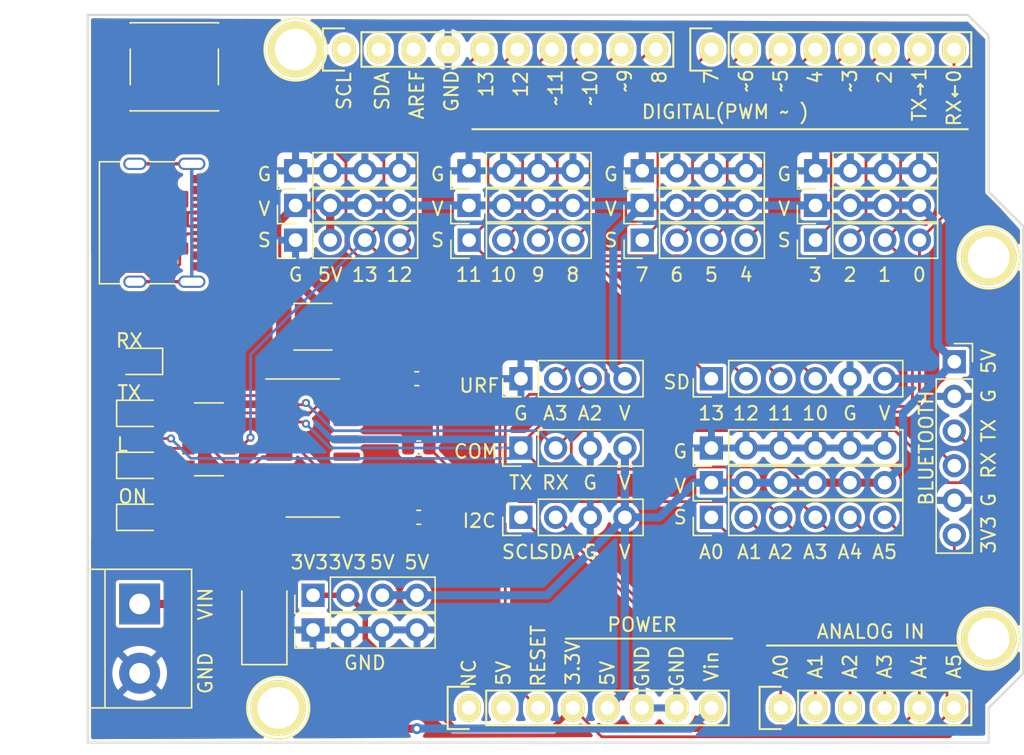
<source format=kicad_pcb>
(kicad_pcb (version 20211014) (generator pcbnew)
  (title_block (title "Type-c IO Shield For UNO") (date "2022-03-02") (rev "1.0") (company "St.kai") (comment 1 "Copyright © 2022 St.kai.") (comment 2 "Available under the GNU General Public License v3.0 or later."))
  (layers (0 "F.Cu" signal) (31 "B.Cu" signal) (34 "B.Paste" user) (35 "F.Paste" user) (36 "B.SilkS" user "B.Silkscreen") (37 "F.SilkS" user "F.Silkscreen") (38 "B.Mask" user) (39 "F.Mask" user) (44 "Edge.Cuts" user))
  (net 0 "")
  (net 1 "/IOREF")
  (net 2 "/Reset")
  (net 3 "+5V")
  (net 4 "GND")
  (net 5 "/Vin")
  (net 6 "/A0")
  (net 7 "/A1")
  (net 8 "/A2")
  (net 9 "/A3")
  (net 10 "/AREF")
  (net 11 "/A4(SDA)")
  (net 12 "/A5(SCL)")
  (net 13 "/9(**)")
  (net 14 "/8")
  (net 15 "/7")
  (net 16 "/6(**)")
  (net 17 "/5(**)")
  (net 18 "/4")
  (net 19 "/3(**)")
  (net 20 "/2")
  (net 21 "/1(Tx)")
  (net 22 "/0(Rx)")
  (net 23 "Net-(C1-Pad2)")
  (net 24 "Net-(C3-Pad2)")
  (net 25 "/13(SCK)")
  (net 26 "Net-(D2-Pad2)")
  (net 27 "+3V3")
  (net 28 "/12(MISO)")
  (net 29 "Net-(F1-Pad1)")
  (net 31 "Net-(J4-PadA6)")
  (net 32 "Net-(J4-PadA7)")
  (net 36 "unconnected-(J4-PadS1)")
  (net 37 "/11(**{slash}MOSI)")
  (net 38 "/10(**{slash}SS)")
  (net 39 "Net-(D1-Pad2)")
  (net 53 "Net-(D5-Pad2)")
  (net 54 "Net-(D3-Pad2)")
  (net 55 "Net-(D4-Pad2)")
  (footprint "Socket_Arduino_Uno:Socket_Strip_Arduino_1x08" (layer "F.Cu") (at 138.938 123.825)
    (fp_text reference "P1")
    (fp_text value "Power")
  )
  (footprint "Socket_Arduino_Uno:Socket_Strip_Arduino_1x06" (layer "F.Cu") (at 161.798 123.825)
    (fp_text reference "P2")
    (fp_text value "Analog")
  )
  (footprint "Socket_Arduino_Uno:Socket_Strip_Arduino_1x10" (layer "F.Cu") (at 129.794 75.565)
    (fp_text reference "P3" hide)
    (fp_text value "Digital")
  )
  (footprint "Socket_Arduino_Uno:Socket_Strip_Arduino_1x08" (layer "F.Cu") (at 156.718 75.565)
    (fp_text reference "P4" hide)
    (fp_text value "Digital")
  )
  (footprint "Socket_Arduino_Uno:Arduino_1pin" (layer "F.Cu") (at 124.968 123.825)
    (fp_text reference "P5" hide)
    (fp_text value "CONN_01X01" hide)
  )
  (footprint "Socket_Arduino_Uno:Arduino_1pin" (layer "F.Cu") (at 177.038 118.745)
    (fp_text reference "P6" hide)
    (fp_text value "CONN_01X01" hide)
  )
  (footprint "Socket_Arduino_Uno:Arduino_1pin" (layer "F.Cu") (at 126.238 75.565)
    (fp_text reference "P7" hide)
    (fp_text value "CONN_01X01" hide)
  )
  (footprint "Socket_Arduino_Uno:Arduino_1pin" (layer "F.Cu") (at 177.038 90.805)
    (fp_text reference "P8" hide)
    (fp_text value "CONN_01X01" hide)
  )
  (footprint "Connector_PinHeader_2.54mm:PinHeader_1x04_P2.54mm_Vertical" (layer "F.Cu") (at 126.238 84.455 90)
    (fp_text reference "J1" hide)
    (fp_text value "Conn_01x04")
  )
  (footprint "Connector_PinHeader_2.54mm:PinHeader_1x04_P2.54mm_Vertical" (layer "F.Cu") (at 142.758 109.855 90)
    (fp_text reference "J23")
    (fp_text value "Conn_01x04")
  )
  (footprint "Connector_PinHeader_2.54mm:PinHeader_1x04_P2.54mm_Vertical" (layer "F.Cu") (at 127.518 115.57 90)
    (fp_text reference "J21")
    (fp_text value "Conn_01x04")
  )
  (footprint "Connector_PinSocket_2.54mm:PinSocket_1x06_P2.54mm_Vertical" (layer "F.Cu") (at 174.523 98.45)
    (fp_text reference "J27")
    (fp_text value "Conn_01x06")
  )
  (footprint "LED_SMD:LED_0805_2012Metric" (layer "F.Cu") (at 114.808 109.855)
    (fp_text reference "D1")
    (fp_text value "GREEN")
  )
  (footprint "Connector_PinHeader_2.54mm:PinHeader_1x04_P2.54mm_Vertical" (layer "F.Cu") (at 164.348 86.995 90)
    (fp_text reference "J14" hide)
    (fp_text value "Conn_01x04")
  )
  (footprint "Connector_PinHeader_2.54mm:PinHeader_1x04_P2.54mm_Vertical" (layer "F.Cu") (at 127.518 118.11 90)
    (fp_text reference "J22")
    (fp_text value "Conn_01x04")
  )
  (footprint "LED_SMD:LED_0805_2012Metric" (layer "F.Cu") (at 114.808 98.425 180)
    (fp_text reference "D4")
    (fp_text value "YELLOW")
  )
  (footprint "Connector_PinHeader_2.54mm:PinHeader_1x04_P2.54mm_Vertical" (layer "F.Cu") (at 138.948 84.455 90)
    (fp_text reference "J5" hide)
    (fp_text value "Conn_01x04")
  )
  (footprint "Package_SO:SOIC-16_3.9x9.9mm_P1.27mm" (layer "F.Cu") (at 127.508 104.775)
    (fp_text reference "U1")
    (fp_text value "CH340C")
  )
  (footprint "Connector_PinHeader_2.54mm:PinHeader_1x04_P2.54mm_Vertical" (layer "F.Cu") (at 126.238 89.535 90)
    (fp_text reference "J3" hide)
    (fp_text value "Conn_01x04")
  )
  (footprint "Connector_PinHeader_2.54mm:PinHeader_1x06_P2.54mm_Vertical" (layer "F.Cu") (at 156.718 104.775 90)
    (fp_text reference "J17")
    (fp_text value "Conn_01x06")
  )
  (footprint "Connector_PinHeader_2.54mm:PinHeader_1x04_P2.54mm_Vertical" (layer "F.Cu") (at 142.758 104.775 90)
    (fp_text reference "J24")
    (fp_text value "Conn_01x04")
  )
  (footprint "Connector_PinHeader_2.54mm:PinHeader_1x06_P2.54mm_Vertical" (layer "F.Cu") (at 156.718 107.315 90)
    (fp_text reference "J18")
    (fp_text value "Conn_01x06")
  )
  (footprint "Button_Switch_SMD:SW_Push_1P1T_NO_6x6mm_H9.5mm" (layer "F.Cu") (at 117.348 76.835)
    (fp_text reference "SW1" hide)
    (fp_text value "SW_SPST")
  )
  (footprint "Connector_PinHeader_2.54mm:PinHeader_1x04_P2.54mm_Vertical" (layer "F.Cu") (at 151.648 89.535 90)
    (fp_text reference "J12" hide)
    (fp_text value "Conn_01x04")
  )
  (footprint "Capacitor_SMD:C_0603_1608Metric" (layer "F.Cu") (at 135.128 99.695)
    (fp_text reference "C2")
    (fp_text value "104")
  )
  (footprint "Connector_PinHeader_2.54mm:PinHeader_1x04_P2.54mm_Vertical" (layer "F.Cu") (at 138.958 89.535 90)
    (fp_text reference "J7" hide)
    (fp_text value "Conn_01x04")
  )
  (footprint "Connector_PinHeader_2.54mm:PinHeader_1x04_P2.54mm_Vertical" (layer "F.Cu") (at 151.638 86.995 90)
    (fp_text reference "J11" hide)
    (fp_text value "Conn_01x04")
  )
  (footprint "Connector_PinHeader_2.54mm:PinHeader_1x04_P2.54mm_Vertical" (layer "F.Cu") (at 138.948 86.995 90)
    (fp_text reference "J6" hide)
    (fp_text value "Conn_01x04")
  )
  (footprint "Connector_PinHeader_2.54mm:PinHeader_1x06_P2.54mm_Vertical" (layer "F.Cu") (at 156.718 109.855 90)
    (fp_text reference "J19")
    (fp_text value "Conn_01x06")
  )
  (footprint "Connector_USB:USB_C_Receptacle_Palconn_UTC16-G" (layer "F.Cu") (at 116.699 88.265 -90)
    (fp_text reference "J4")
    (fp_text value "USB_C_Receptacle_USB2.0")
  )
  (footprint "Connector_PinHeader_2.54mm:PinHeader_1x04_P2.54mm_Vertical" (layer "F.Cu") (at 164.358 84.455 90)
    (fp_text reference "J13" hide)
    (fp_text value "Conn_01x04")
  )
  (footprint "Diode_SMD:D_SMA" (layer "F.Cu") (at 123.952 117.253 90)
    (fp_text reference "D5")
    (fp_text value "1N4007")
  )
  (footprint "Connector_PinHeader_2.54mm:PinHeader_1x04_P2.54mm_Vertical" (layer "F.Cu") (at 151.648 84.455 90)
    (fp_text reference "J10" hide)
    (fp_text value "Conn_01x04")
  )
  (footprint "Connector_PinHeader_2.54mm:PinHeader_1x04_P2.54mm_Vertical" (layer "F.Cu") (at 126.238 86.995 90)
    (fp_text reference "J2" hide)
    (fp_text value "Conn_01x04")
  )
  (footprint "Capacitor_SMD:C_0603_1608Metric" (layer "F.Cu") (at 135.268 104.775 180)
    (fp_text reference "C3")
    (fp_text value "105")
  )
  (footprint "Connector_PinHeader_2.54mm:PinHeader_1x04_P2.54mm_Vertical" (layer "F.Cu") (at 142.758 99.695 90)
    (fp_text reference "J25")
    (fp_text value "Conn_01x04")
  )
  (footprint "TerminalBlock:TerminalBlock_bornier-2_P5.08mm" (layer "F.Cu") (at 114.808 116.205 -90)
    (fp_text reference "J28")
    (fp_text value "Screw_Terminal_01x02")
  )
  (footprint "LED_SMD:LED_0805_2012Metric" (layer "F.Cu") (at 114.808 106.045)
    (fp_text reference "D2")
    (fp_text value "YELLOW")
  )
  (footprint "Connector_PinHeader_2.54mm:PinHeader_1x04_P2.54mm_Vertical" (layer "F.Cu") (at 164.348 89.535 90)
    (fp_text reference "J15" hide)
    (fp_text value "Conn_01x04")
  )
  (footprint "Fuse:Fuse_1812_4532Metric" (layer "F.Cu") (at 127.508 95.885)
    (fp_text reference "F1")
    (fp_text value "0.5A")
  )
  (footprint "LED_SMD:LED_0805_2012Metric" (layer "F.Cu") (at 114.808 102.235)
    (fp_text reference "D3")
    (fp_text value "YELLOW")
  )
  (footprint "Connector_PinHeader_2.54mm:PinHeader_1x06_P2.54mm_Vertical" (layer "F.Cu") (at 156.718 99.695 90)
    (fp_text reference "J26")
    (fp_text value "Conn_01x06")
  )
  (footprint "Resistor_SMD:R_Array_Convex_4x1206" (layer "F.Cu") (at 119.888 104.14 180)
    (fp_text reference "RN1")
    (fp_text value "102")
  )
  (footprint "Capacitor_SMD:C_0603_1608Metric" (layer "F.Cu") (at 135.268 109.855 180)
    (fp_text reference "C1")
    (fp_text value "104")
  )
  (gr_line (start 139.192 81.407) (end 175.514 81.407) (layer "F.SilkS") (width 0.15))
  (gr_line (start 160.782 119.253) (end 175.006 119.253) (layer "F.SilkS") (width 0.15))
  (gr_line (start 146.05 118.745) (end 158.242 118.745) (layer "F.SilkS") (width 0.15))
  (gr_line (start 179.578 88.519) (end 177.038 85.979) (layer "Edge.Cuts") (width 0.15))
  (gr_line (start 177.038 126.365) (end 177.038 123.825) (layer "Edge.Cuts") (width 0.15))
  (gr_line (start 177.038 74.549) (end 175.514 73.025) (layer "Edge.Cuts") (width 0.15))
  (gr_line (start 177.038 123.825) (end 179.578 121.285) (layer "Edge.Cuts") (width 0.15))
  (gr_line (start 110.998 73.025) (end 110.998 126.365) (layer "Edge.Cuts") (width 0.15))
  (gr_line (start 179.578 121.285) (end 179.578 88.519) (layer "Edge.Cuts") (width 0.15))
  (gr_line (start 110.998 126.365) (end 177.038 126.365) (layer "Edge.Cuts") (width 0.15))
  (gr_line (start 175.514 73.025) (end 110.998 73.025) (layer "Edge.Cuts") (width 0.15))
  (gr_line (start 177.038 85.979) (end 177.038 74.549) (layer "Edge.Cuts") (width 0.15))
  (gr_text "V" (at 136.652 87.249) (layer "F.SilkS") (effects (font (size 1 1)) (justify mirror)))
  (gr_text "G" (at 147.828 112.395) (layer "F.SilkS") (effects (font (size 1 1))))
  (gr_text "~10" (at 147.828 78.359 90) (layer "F.SilkS") (effects (font (size 1 1))))
  (gr_text "~3" (at 166.878 77.851 90) (layer "F.SilkS") (effects (font (size 1 1))))
  (gr_text "SDA" (at 145.288 112.395) (layer "F.SilkS") (effects (font (size 1 1))))
  (gr_text "11" (at 138.938 92.075) (layer "F.SilkS") (effects (font (size 1 1))))
  (gr_text "A5" (at 174.498 120.777 90) (layer "F.SilkS") (effects (font (size 1 1))))
  (gr_text "GND" (at 151.638 120.777 90) (layer "F.SilkS") (effects (font (size 1 1))))
  (gr_text "11" (at 161.798 102.235) (layer "F.SilkS") (effects (font (size 1 1))))
  (gr_text "3V3" (at 177.038 111.125 90) (layer "F.SilkS") (effects (font (size 1 1))))
  (gr_text "8" (at 146.558 92.075) (layer "F.SilkS") (effects (font (size 1 1))))
  (gr_text "2" (at 166.878 92.075) (layer "F.SilkS") (effects (font (size 1 1))))
  (gr_text "A3" (at 164.338 112.395) (layer "F.SilkS") (effects (font (size 1 1))))
  (gr_text "A4" (at 166.878 112.395) (layer "F.SilkS") (effects (font (size 1 1))))
  (gr_text "SCL" (at 129.794 78.613 90) (layer "F.SilkS") (effects (font (size 1 1))))
  (gr_text "2" (at 169.418 77.597 90) (layer "F.SilkS") (effects (font (size 1 1))))
  (gr_text "GND" (at 131.318 120.523) (layer "F.SilkS") (effects (font (size 1 1))))
  (gr_text "V" (at 162.052 87.249) (layer "F.SilkS") (effects (font (size 1 1)) (justify mirror)))
  (gr_text "V" (at 169.418 102.235) (layer "F.SilkS") (effects (font (size 1 1))))
  (gr_text "COM" (at 139.446 105.029) (layer "F.SilkS") (effects (font (size 1 1))))
  (gr_text "3V3" (at 130.048 113.157) (layer "F.SilkS") (effects (font (size 1 1))))
  (gr_text "POWER" (at 151.638 117.729) (layer "F.SilkS") (effects (font (size 1 1))))
  (gr_text "TX" (at 114.046 100.711) (layer "F.SilkS") (effects (font (size 1 1))))
  (gr_text "G" (at 142.748 102.235) (layer "F.SilkS") (effects (font (size 1 1))))
  (gr_text "TX" (at 142.748 107.315) (layer "F.SilkS") (effects (font (size 1 1))))
  (gr_text "3.3V" (at 146.558 120.523 90) (layer "F.SilkS") (effects (font (size 1 1))))
  (gr_text "A1" (at 164.338 120.777 90) (layer "F.SilkS") (effects (font (size 1 1))))
  (gr_text "G" (at 149.352 84.709) (layer "F.SilkS") (effects (font (size 1 1))))
  (gr_text "7" (at 156.718 77.597 90) (layer "F.SilkS") (effects (font (size 1 1))))
  (gr_text "13" (at 140.208 78.105 90) (layer "F.SilkS") (effects (font (size 1 1))))
  (gr_text "12" (at 159.258 102.235) (layer "F.SilkS") (effects (font (size 1 1))))
  (gr_text "RX←0" (at 174.498 79.121 90) (layer "F.SilkS") (effects (font (size 1 1))))
  (gr_text "TX→1" (at 171.958 78.867 90) (layer "F.SilkS") (effects (font (size 1 1))))
  (gr_text "GND" (at 137.668 78.613 90) (layer "F.SilkS") (effects (font (size 1 1))))
  (gr_text "RESET" (at 144.018 120.015 90) (layer "F.SilkS") (effects (font (size 1 1))))
  (gr_text "5V" (at 135.128 113.157) (layer "F.SilkS") (effects (font (size 1 1))))
  (gr_text "V" (at 150.368 102.235) (layer "F.SilkS") (effects (font (size 1 1))))
  (gr_text "G" (at 136.652 84.709) (layer "F.SilkS") (effects (font (size 1 1))))
  (gr_text "VIN" (at 119.634 116.205 90) (layer "F.SilkS") (effects (font (size 1 1))))
  (gr_text "G" (at 162.052 84.709) (layer "F.SilkS") (effects (font (size 1 1))))
  (gr_text "BLUETOOTH" (at 172.466 104.775 90) (layer "F.SilkS") (effects (font (size 1 1))))
  (gr_text "12" (at 133.858 92.075) (layer "F.SilkS") (effects (font (size 1 1))))
  (gr_text "V" (at 154.432 107.569) (layer "F.SilkS") (effects (font (size 1 1)) (justify mirror)))
  (gr_text "~5" (at 161.798 77.851 90) (layer "F.SilkS") (effects (font (size 1 1))))
  (gr_text "3V3" (at 127.254 113.157) (layer "F.SilkS") (effects (font (size 1 1))))
  (gr_text "AREF" (at 135.128 78.867 90) (layer "F.SilkS") (effects (font (size 1 1))))
  (gr_text "SDA" (at 132.588 78.613 90) (layer "F.SilkS") (effects (font (size 1 1))))
  (gr_text "ANALOG IN" (at 168.402 118.237) (layer "F.SilkS") (effects (font (size 1 1))))
  (gr_text "A3" (at 145.288 102.235) (layer "F.SilkS") (effects (font (size 1 1))))
  (gr_text "7" (at 151.638 92.075) (layer "F.SilkS") (effects (font (size 1 1))))
  (gr_text "4" (at 159.258 92.075) (layer "F.SilkS") (effects (font (size 1 1))))
  (gr_text "DIGITAL(PWM ~ )" (at 157.734 80.137) (layer "F.SilkS") (effects (font (size 1 1))))
  (gr_text "RX" (at 145.288 107.315) (layer "F.SilkS") (effects (font (size 1 1))))
  (gr_text "~6" (at 159.258 77.851 90) (layer "F.SilkS") (effects (font (size 1 1))))
  (gr_text "5V" (at 141.478 121.285 90) (layer "F.SilkS") (effects (font (size 1 1))))
  (gr_text "G" (at 123.952 84.709) (layer "F.SilkS") (effects (font (size 1 1))))
  (gr_text "V" (at 150.368 112.395) (layer "F.SilkS") (effects (font (size 1 1))))
  (gr_text "S" (at 136.652 89.535) (layer "F.SilkS") (effects (font (size 1 1))))
  (gr_text "S" (at 162.052 89.535) (layer "F.SilkS") (effects (font (size 1 1))))
  (gr_text "4" (at 164.338 77.597 90) (layer "F.SilkS") (effects (font (size 1 1))))
  (gr_text "0" (at 171.958 92.075) (layer "F.SilkS") (effects (font (size 1 1))))
  (gr_text "NC" (at 138.938 121.285 90) (layer "F.SilkS") (effects (font (size 1 1))))
  (gr_text "13" (at 156.718 102.235) (layer "F.SilkS") (effects (font (size 1 1))))
  (gr_text "~11" (at 145.288 78.359 90) (layer "F.SilkS") (effects (font (size 1 1))))
  (gr_text "A4" (at 171.958 120.777 90) (layer "F.SilkS") (effects (font (size 1 1))))
  (gr_text "1" (at 169.418 92.075) (layer "F.SilkS") (effects (font (size 1 1))))
  (gr_text "12" (at 142.748 78.105 90) (layer "F.SilkS") (effects (font (size 1 1))))
  (gr_text "V" (at 150.368 107.315) (layer "F.SilkS") (effects (font (size 1 1))))
  (gr_text "SD" (at 154.178 99.949) (layer "F.SilkS") (effects (font (size 1 1))))
  (gr_text "URF" (at 139.7 100.203) (layer "F.SilkS") (effects (font (size 1 1))))
  (gr_text "G" (at 154.432 105.029) (layer "F.SilkS") (effects (font (size 1 1))))
  (gr_text "8" (at 152.908 77.597 90) (layer "F.SilkS") (effects (font (size 1 1))))
  (gr_text "5" (at 156.718 92.075) (layer "F.SilkS") (effects (font (size 1 1))))
  (gr_text "S" (at 154.432 109.855) (layer "F.SilkS") (effects (font (size 1 1))))
  (gr_text "~9" (at 150.368 77.851 90) (layer "F.SilkS") (effects (font (size 1 1))))
  (gr_text "SCL" (at 142.748 112.395) (layer "F.SilkS") (effects (font (size 1 1))))
  (gr_text "GND" (at 119.634 121.285 90) (layer "F.SilkS") (effects (font (size 1 1))))
  (gr_text "ON" (at 114.3 108.331) (layer "F.SilkS") (effects (font (size 1 1))))
  (gr_text "3" (at 164.338 92.075) (layer "F.SilkS") (effects (font (size 1 1))))
  (gr_text "A0" (at 161.798 120.777 90) (layer "F.SilkS") (effects (font (size 1 1))))
  (gr_text "9" (at 144.018 92.075) (layer "F.SilkS") (effects (font (size 1 1))))
  (gr_text "G" (at 126.238 92.075) (layer "F.SilkS") (effects (font (size 1 1))))
  (gr_text "L" (at 113.538 104.521) (layer "F.SilkS") (effects (font (size 1 1))))
  (gr_text "5V" (at 132.588 113.157) (layer "F.SilkS") (effects (font (size 1 1))))
  (gr_text "A2" (at 161.798 112.395) (layer "F.SilkS") (effects (font (size 1 1))))
  (gr_text "5V" (at 149.098 121.285 90) (layer "F.SilkS") (effects (font (size 1 1))))
  (gr_text "A3" (at 169.418 120.777 90) (layer "F.SilkS") (effects (font (size 1 1))))
  (gr_text "Vin" (at 156.718 120.777 90) (layer "F.SilkS") (effects (font (size 1 1))))
  (gr_text "A5" (at 169.418 112.395) (layer "F.SilkS") (effects (font (size 1 1))))
  (gr_text "10" (at 164.338 102.235) (layer "F.SilkS") (effects (font (size 1 1))))
  (gr_text "G\n" (at 147.828 107.315) (layer "F.SilkS") (effects (font (size 1 1))))
  (gr_text "S" (at 149.352 89.535) (layer "F.SilkS") (effects (font (size 1 1))))
  (gr_text "RX" (at 177.038 106.045 90) (layer "F.SilkS") (effects (font (size 1 1))))
  (gr_text "G" (at 177.038 108.585 90) (layer "F.SilkS") (effects (font (size 1 1))))
  (gr_text "G" (at 177.038 100.965 90) (layer "F.SilkS") (effects (font (size 1 1))))
  (gr_text "S" (at 123.952 89.535) (layer "F.SilkS") (effects (font (size 1 1))))
  (gr_text "I2C" (at 139.7 110.109) (layer "F.SilkS") (effects (font (size 1 1))))
  (gr_text "GND" (at 154.178 120.777 90) (layer "F.SilkS") (effects (font (size 1 1))))
  (gr_text "V" (at 149.352 87.249) (layer "F.SilkS") (effects (font (size 1 1)) (justify mirror)))
  (gr_text "A2" (at 147.828 102.235) (layer "F.SilkS") (effects (font (size 1 1))))
  (gr_text "10" (at 141.478 92.075) (layer "F.SilkS") (effects (font (size 1 1))))
  (gr_text "5V" (at 177.038 98.425 90) (layer "F.SilkS") (effects (font (size 1 1))))
  (gr_text "6" (at 154.178 92.075) (layer "F.SilkS") (effects (font (size 1 1))))
  (gr_text "G" (at 166.878 102.235) (layer "F.SilkS") (effects (font (size 1 1))))
  (gr_text "A0" (at 156.718 112.395) (layer "F.SilkS") (effects (font (size 1 1))))
  (gr_text "5V" (at 128.778 92.075) (layer "F.SilkS") (effects (font (size 1 1))))
  (gr_text "TX" (at 177.038 103.505 90) (layer "F.SilkS") (effects (font (size 1 1))))
  (gr_text "13" (at 131.318 92.075) (layer "F.SilkS") (effects (font (size 1 1))))
  (gr_text "V" (at 123.952 87.249) (layer "F.SilkS") (effects (font (size 1 1)) (justify mirror)))
  (gr_text "A2" (at 166.878 120.777 90) (layer "F.SilkS") (effects (font (size 1 1))))
  (gr_text "A1" (at 159.512 112.395) (layer "F.SilkS") (effects (font (size 1 1))))
  (gr_text "RX" (at 114.046 96.901) (layer "F.SilkS") (effects (font (size 1 1))))
  (segment (start 113.373 79.085) (end 121.323 79.085) (width 0.2) (layer "F.Cu") (net 2))
  (segment (start 136.65252 104.16548) (end 136.65252 96.561671) (width 0.2) (layer "F.Cu") (net 2))
  (segment (start 136.65252 96.561671) (end 129.927511 89.836662) (width 0.2) (layer "F.Cu") (net 2))
  (segment (start 129.927511 83.826511) (end 125.186 79.085) (width 0.2) (layer "F.Cu") (net 2))
  (segment (start 136.043 104.775) (end 141.608489 110.340489) (width 0.2) (layer "F.Cu") (net 2))
  (segment (start 141.608489 121.415489) (end 144.018 123.825) (width 0.2) (layer "F.Cu") (net 2))
  (segment (start 125.186 79.085) (end 121.323 79.085) (width 0.2) (layer "F.Cu") (net 2))
  (segment (start 129.927511 89.836662) (end 129.927511 83.826511) (width 0.2) (layer "F.Cu") (net 2))
  (segment (start 136.043 104.775) (end 136.65252 104.16548) (width 0.2) (layer "F.Cu") (net 2))
  (segment (start 141.608489 110.340489) (end 141.608489 121.415489) (width 0.2) (layer "F.Cu") (net 2))
  (segment (start 129.183717 100.33) (end 127.314197 102.19952) (width 0.2) (layer "F.Cu") (net 3))
  (segment (start 128.778 86.995) (end 128.778 89.535) (width 0.6) (layer "F.Cu") (net 3))
  (segment (start 129.983 100.33) (end 129.183717 100.33) (width 0.2) (layer "F.Cu") (net 3))
  (segment (start 121.388 102.14) (end 121.388 103.48) (width 0.2) (layer "F.Cu") (net 3))
  (segment (start 120.396 105.148) (end 121.388 106.14) (width 0.2) (layer "F.Cu") (net 3))
  (segment (start 124.888489 91.127989) (end 129.6455 95.885) (width 0.6) (layer "F.Cu") (net 3))
  (segment (start 120.396 103.822) (end 120.396 105.148) (width 0.2) (layer "F.Cu") (net 3))
  (segment (start 121.388 103.48) (end 120.738 103.48) (width 0.2) (layer "F.Cu") (net 3))
  (segment (start 129.6455 95.885) (end 129.6455 99.9925) (width 0.2) (layer "F.Cu") (net 3))
  (segment (start 129.6455 99.9925) (end 129.983 100.33) (width 0.2) (layer "F.Cu") (net 3))
  (segment (start 133.4555 99.695) (end 129.6455 95.885) (width 0.2) (layer "F.Cu") (net 3))
  (segment (start 164.338 107.315) (end 169.418 107.315) (width 0.6) (layer "F.Cu") (net 3))
  (segment (start 121.44752 102.19952) (end 121.388 102.14) (width 0.2) (layer "F.Cu") (net 3))
  (segment (start 120.738 103.48) (end 120.396 103.822) (width 0.2) (layer "F.Cu") (net 3))
  (segment (start 124.888489 88.344511) (end 124.888489 91.127989) (width 0.6) (layer "F.Cu") (net 3))
  (segment (start 127.314197 102.19952) (end 121.44752 102.19952) (width 0.2) (layer "F.Cu") (net 3))
  (segment (start 126.238 86.995) (end 124.888489 88.344511) (width 0.6) (layer "F.Cu") (net 3))
  (segment (start 134.353 99.695) (end 133.4555 99.695) (width 0.2) (layer "F.Cu") (net 3))
  (segment (start 170.767511 105.965489) (end 169.418 107.315) (width 0.6) (layer "B.Cu") (net 3))
  (segment (start 149.528 98.845) (end 149.528 89.105) (width 0.6) (layer "B.Cu") (net 3))
  (segment (start 126.238 86.995) (end 171.968 86.995) (width 0.6) (layer "B.Cu") (net 3))
  (segment (start 170.767511 102.205489) (end 170.767511 105.965489) (width 0.6) (layer "B.Cu") (net 3))
  (segment (start 150.378 99.695) (end 149.528 98.845) (width 0.6) (layer "B.Cu") (net 3))
  (segment (start 150.378 109.855) (end 152.908 109.855) (width 0.6) (layer "B.Cu") (net 3))
  (segment (start 152.908 109.855) (end 155.448 107.315) (width 0.6) (layer "B.Cu") (net 3))
  (segment (start 155.448 107.315) (end 156.718 107.315) (width 0.6) (layer "B.Cu") (net 3))
  (segment (start 173.278 99.695) (end 174.523 98.45) (width 0.6) (layer "B.Cu") (net 3))
  (segment (start 150.378 122.545) (end 149.098 123.825) (width 0.6) (layer "B.Cu") (net 3))
  (segment (start 150.378 104.775) (end 150.378 109.855) (width 0.6) (layer "B.Cu") (net 3))
  (segment (start 156.718 107.315) (end 164.338 107.315) (width 0.6) (layer "B.Cu") (net 3))
  (segment (start 174.523 98.45) (end 170.767511 102.205489) (width 0.6) (layer "B.Cu") (net 3))
  (segment (start 132.715 115.57) (end 135.138 115.57) (width 0.6) (layer "B.Cu") (net 3))
  (segment (start 171.968 86.995) (end 173.317511 88.344511) (width 0.6) (layer "B.Cu") (net 3))
  (segment (start 173.317511 97.244511) (end 174.523 98.45) (width 0.6) (layer "B.Cu") (net 3))
  (segment (start 149.528 89.105) (end 151.638 86.995) (width 0.6) (layer "B.Cu") (net 3))
  (segment (start 173.317511 88.344511) (end 173.317511 97.244511) (width 0.6) (layer "B.Cu") (net 3))
  (segment (start 150.378 109.855) (end 150.378 122.545) (width 0.6) (layer "B.Cu") (net 3))
  (segment (start 150.378 109.855) (end 144.663 115.57) (width 0.6) (layer "B.Cu") (net 3))
  (segment (start 169.418 99.695) (end 173.278 99.695) (width 0.6) (layer "B.Cu") (net 3))
  (segment (start 144.663 115.57) (end 135.138 115.57) (width 0.6) (layer "B.Cu") (net 3))
  (segment (start 119.209 91.465) (end 119.489 91.465) (width 0.6) (layer "F.Cu") (net 4))
  (segment (start 125.452 119.253) (end 123.952 119.253) (width 0.6) (layer "F.Cu") (net 5))
  (segment (start 135.128 125.349) (end 131.548 125.349) (width 0.6) (layer "F.Cu") (net 5))
  (segment (start 131.548 125.349) (end 125.452 119.253) (width 0.6) (layer "F.Cu") (net 5))
  (via (at 135.128 125.349) (size 0.8) (drill 0.4) (layers "F.Cu" "B.Cu") (net 5))
  (segment (start 155.20248 125.34052) (end 156.718 123.825) (width 0.6) (layer "B.Cu") (net 5))
  (segment (start 135.13648 125.34052) (end 155.20248 125.34052) (width 0.6) (layer "B.Cu") (net 5))
  (segment (start 135.128 125.349) (end 135.13648 125.34052) (width 0.6) (layer "B.Cu") (net 5))
  (segment (start 161.798 123.825) (end 161.798 114.935) (width 0.2) (layer "F.Cu") (net 6))
  (segment (start 161.798 114.935) (end 156.718 109.855) (width 0.2) (layer "F.Cu") (net 6))
  (segment (start 164.338 114.935) (end 159.258 109.855) (width 0.2) (layer "F.Cu") (net 7))
  (segment (start 164.338 123.825) (end 164.338 114.935) (width 0.2) (layer "F.Cu") (net 7))
  (segment (start 141.208969 107.299969) (end 142.614489 108.705489) (width 0.2) (layer "F.Cu") (net 8))
  (segment (start 166.878 114.935) (end 161.798 109.855) (width 0.2) (layer "F.Cu") (net 8))
  (segment (start 142.614489 108.705489) (end 160.648489 108.705489) (width 0.2) (layer "F.Cu") (net 8))
  (segment (start 146.688489 100.844511) (end 143.376489 100.844511) (width 0.2) (layer "F.Cu") (net 8))
  (segment (start 147.838 99.695) (end 146.688489 100.844511) (width 0.2) (layer "F.Cu") (net 8))
  (segment (start 160.648489 108.705489) (end 161.798 109.855) (width 0.2) (layer "F.Cu") (net 8))
  (segment (start 141.208969 103.012031) (end 141.208969 107.299969) (width 0.2) (layer "F.Cu") (net 8))
  (segment (start 166.878 123.825) (end 166.878 114.935) (width 0.2) (layer "F.Cu") (net 8))
  (segment (start 143.376489 100.844511) (end 141.208969 103.012031) (width 0.2) (layer "F.Cu") (net 8))
  (segment (start 155.568489 106.324031) (end 155.727031 106.165489) (width 0.2) (layer "F.Cu") (net 9))
  (segment (start 162.274144 106.165489) (end 163.068 106.959345) (width 0.2) (layer "F.Cu") (net 9))
  (segment (start 169.418 123.825) (end 169.418 114.935) (width 0.2) (layer "F.Cu") (net 9))
  (segment (start 147.831175 101.32748) (end 143.458526 101.32748) (width 0.2) (layer "F.Cu") (net 9))
  (segment (start 169.418 114.935) (end 164.338 109.855) (width 0.2) (layer "F.Cu") (net 9))
  (segment (start 142.008009 106.324031) (end 155.568489 106.324031) (width 0.2) (layer "F.Cu") (net 9))
  (segment (start 163.068 106.959345) (end 163.068 108.585) (width 0.2) (layer "F.Cu") (net 9))
  (segment (start 148.336 98.425) (end 148.987511 99.076511) (width 0.2) (layer "F.Cu") (net 9))
  (segment (start 145.298 99.695) (end 146.568 98.425) (width 0.2) (layer "F.Cu") (net 9))
  (segment (start 143.458526 101.32748) (end 141.608489 103.177517) (width 0.2) (layer "F.Cu") (net 9))
  (segment (start 146.568 98.425) (end 148.336 98.425) (width 0.2) (layer "F.Cu") (net 9))
  (segment (start 141.608489 103.177517) (end 141.608489 105.924511) (width 0.2) (layer "F.Cu") (net 9))
  (segment (start 148.987511 100.171144) (end 147.831175 101.32748) (width 0.2) (layer "F.Cu") (net 9))
  (segment (start 148.987511 99.076511) (end 148.987511 100.171144) (width 0.2) (layer "F.Cu") (net 9))
  (segment (start 155.727031 106.165489) (end 162.274144 106.165489) (width 0.2) (layer "F.Cu") (net 9))
  (segment (start 141.608489 105.924511) (end 142.008009 106.324031) (width 0.2) (layer "F.Cu") (net 9))
  (segment (start 163.068 108.585) (end 164.338 109.855) (width 0.2) (layer "F.Cu") (net 9))
  (segment (start 171.958 114.935) (end 166.878 109.855) (width 0.2) (layer "F.Cu") (net 11))
  (segment (start 160.58352 125.14052) (end 170.64248 125.14052) (width 0.2) (layer "F.Cu") (net 11))
  (segment (start 170.64248 125.14052) (end 171.958 123.825) (width 0.2) (layer "F.Cu") (net 11))
  (segment (start 171.958 123.825) (end 171.958 114.935) (width 0.2) (layer "F.Cu") (net 11))
  (segment (start 145.298 109.855) (end 160.58352 125.14052) (width 0.2) (layer "F.Cu") (net 11))
  (segment (start 144.028 111.125) (end 142.758 109.855) (width 0.2) (layer "F.Cu") (net 12))
  (segment (start 174.498 123.825) (end 172.782961 125.540039) (width 0.2) (layer "F.Cu") (net 12))
  (segment (start 172.782961 125.540039) (end 160.418033 125.540039) (width 0.2) (layer "F.Cu") (net 12))
  (segment (start 173.99 114.427) (end 169.418 109.855) (width 0.2) (layer "F.Cu") (net 12))
  (segment (start 173.99 123.317) (end 173.99 114.427) (width 0.2) (layer "F.Cu") (net 12))
  (segment (start 174.498 123.825) (end 173.99 123.317) (width 0.2) (layer "F.Cu") (net 12))
  (segment (start 146.002994 111.125) (end 144.028 111.125) (width 0.2) (layer "F.Cu") (net 12))
  (segment (start 160.418033 125.540039) (end 146.002994 111.125) (width 0.2) (layer "F.Cu") (net 12))
  (segment (start 150.114 75.565) (end 145.418489 80.260511) (width 0.2) (layer "F.Cu") (net 13))
  (segment (start 145.418489 88.154511) (end 144.038 89.535) (width 0.2) (layer "F.Cu") (net 13))
  (segment (start 145.418489 80.260511) (end 145.418489 88.154511) (width 0.2) (layer "F.Cu") (net 13))
  (segment (start 152.654 75.565) (end 152.273 75.565) (width 0.2) (layer "F.Cu") (net 14))
  (segment (start 147.828 88.285) (end 146.578 89.535) (width 0.2) (layer "F.Cu") (net 14))
  (segment (start 152.273 75.565) (end 147.828 80.01) (width 0.2) (layer "F.Cu") (net 14))
  (segment (start 147.828 80.01) (end 147.828 88.285) (width 0.2) (layer "F.Cu") (net 14))
  (segment (start 156.718 75.565) (end 152.797511 79.485489) (width 0.2) (layer "F.Cu") (net 15))
  (segment (start 152.797511 79.485489) (end 152.797511 88.385489) (width 0.2) (layer "F.Cu") (net 15))
  (segment (start 152.797511 88.385489) (end 151.648 89.535) (width 0.2) (layer "F.Cu") (net 15))
  (segment (start 159.258 75.565) (end 155.337511 79.485489) (width 0.2) (layer "F.Cu") (net 16))
  (segment (start 155.337511 88.385489) (end 154.188 89.535) (width 0.2) (layer "F.Cu") (net 16))
  (segment (start 155.337511 79.485489) (end 155.337511 88.385489) (width 0.2) (layer "F.Cu") (net 16))
  (segment (start 157.877511 79.485489) (end 157.877511 88.385489) (width 0.2) (layer "F.Cu") (net 17))
  (segment (start 157.877511 88.385489) (end 156.728 89.535) (width 0.2) (layer "F.Cu") (net 17))
  (segment (start 161.798 75.565) (end 157.877511 79.485489) (width 0.2) (layer "F.Cu") (net 17))
  (segment (start 164.338 75.565) (end 160.528 79.375) (width 0.2) (layer "F.Cu") (net 18))
  (segment (start 160.528 88.275) (end 159.268 89.535) (width 0.2) (layer "F.Cu") (net 18))
  (segment (start 160.528 79.375) (end 160.528 88.275) (width 0.2) (layer "F.Cu") (net 18))
  (segment (start 165.507511 88.375489) (end 164.348 89.535) (width 0.2) (layer "F.Cu") (net 19))
  (segment (start 166.878 75.565) (end 165.507511 76.935489) (width 0.2) (layer "F.Cu") (net 19))
  (segment (start 165.507511 76.935489) (end 165.507511 88.375489) (width 0.2) (layer "F.Cu") (net 19))
  (segment (start 168.047511 88.375489) (end 166.888 89.535) (width 0.2) (layer "F.Cu") (net 20))
  (segment (start 169.418 75.565) (end 168.047511 76.935489) (width 0.2) (layer "F.Cu") (net 20))
  (segment (start 168.047511 76.935489) (end 168.047511 88.375489) (width 0.2) (layer "F.Cu") (net 20))
  (segment (start 115.715 104.0795) (end 113.8705 102.235) (width 0.2) (layer "F.Cu") (net 21))
  (segment (start 173.99 107.315) (end 170.18 103.505) (width 0.2) (layer "F.Cu") (net 21))
  (segment (start 145.542 101.727) (end 142.758 104.511) (width 0.2) (layer "F.Cu") (net 21))
  (segment (start 143.907511 105.924511) (end 142.758 104.775) (width 0.2) (layer "F.Cu") (net 21))
  (segment (start 170.587511 88.375489) (end 169.428 89.535) (width 0.2) (layer "F.Cu") (net 21))
  (segment (start 147.241367 103.505) (end 146.447511 104.298856) (width 0.2) (layer "F.Cu") (net 21))
  (segment (start 174.523 103.53) (end 175.672511 104.679511) (width 0.2) (layer "F.Cu") (net 21))
  (segment (start 175.672511 106.902488) (end 175.259999 107.315) (width 0.2) (layer "F.Cu") (net 21))
  (segment (start 171.958 75.565) (end 170.587511 76.935489) (width 0.2) (layer "F.Cu") (net 21))
  (segment (start 146.447511 104.298856) (end 146.447511 105.251144) (width 0.2) (layer "F.Cu") (net 21))
  (segment (start 175.672511 104.679511) (end 175.672511 106.902488) (width 0.2) (layer "F.Cu") (net 21))
  (segment (start 146.447511 105.251144) (end 145.774144 105.924511) (width 0.2) (layer "F.Cu") (net 21))
  (segment (start 171.45 101.219) (end 170.942 101.727) (width 0.2) (layer "F.Cu") (net 21))
  (segment (start 170.587511 76.935489) (end 170.587511 88.375489) (width 0.2) (layer "F.Cu") (net 21))
  (segment (start 175.259999 107.315) (end 173.99 107.315) (width 0.2) (layer "F.Cu") (net 21))
  (segment (start 125.033 102.87) (end 126.873 102.87) (width 0.2) (layer "F.Cu") (net 21))
  (segment (start 145.774144 105.924511) (end 143.907511 105.924511) (width 0.2) (layer "F.Cu") (net 21))
  (segment (start 142.758 104.511) (end 142.758 104.775) (width 0.2) (layer "F.Cu") (net 21))
  (segment (start 171.45 91.557) (end 171.45 101.219) (width 0.2) (layer "F.Cu") (net 21))
  (segment (start 117.104779 104.0795) (end 115.715 104.0795) (width 0.2) (layer "F.Cu") (net 21))
  (segment (start 170.942 101.727) (end 145.542 101.727) (width 0.2) (layer "F.Cu") (net 21))
  (segment (start 169.428 89.535) (end 171.45 91.557) (width 0.2) (layer "F.Cu") (net 21))
  (segment (start 126.873 102.87) (end 127 102.997) (width 0.2) (layer "F.Cu") (net 21))
  (segment (start 170.18 103.505) (end 147.241367 103.505) (width 0.2) (layer "F.Cu") (net 21))
  (via (at 117.104779 104.0795) (size 0.6) (drill 0.3) (layers "F.Cu" "B.Cu") (net 21))
  (via (at 127 102.997) (size 0.6) (drill 0.3) (layers "F.Cu" "B.Cu") (net 21))
  (segment (start 118.562279 105.537) (end 141.996 105.537) (width 0.2) (layer "B.Cu") (net 21))
  (segment (start 141.996 105.537) (end 142.758 104.775) (width 0.2) (layer "B.Cu") (net 21))
  (segment (start 127 102.997) (end 128.778 104.775) (width 0.2) (layer "B.Cu") (net 21))
  (segment (start 128.778 104.775) (end 142.758 104.775) (width 0.2) (layer "B.Cu") (net 21))
  (segment (start 117.104779 104.0795) (end 118.562279 105.537) (width 0.2) (layer "B.Cu") (net 21))
  (segment (start 171.958 101.276006) (end 171.107486 102.12652) (width 0.2) (layer "F.Cu") (net 22))
  (segment (start 124.36252 100.92952) (end 125.033 101.6) (width 0.2) (layer "F.Cu") (net 22))
  (segment (start 147.94648 102.12652) (end 145.298 104.775) (width 0.2) (layer "F.Cu") (net 22))
  (segment (start 171.958 103.505) (end 171.958 101.473) (width 0.2) (layer "F.Cu") (net 22))
  (segment (start 125.033 101.6) (end 126.873 101.6) (width 0.2) (layer "F.Cu") (net 22))
  (segment (start 126.873 101.6) (end 127 101.473) (width 0.2) (layer "F.Cu") (net 22))
  (segment (start 174.498 87.005) (end 171.968 89.535) (width 0.2) (layer "F.Cu") (net 22))
  (segment (start 171.958 101.473) (end 171.968 101.463) (width 0.2) (layer "F.Cu") (net 22))
  (segment (start 171.958 98.780655) (end 171.958 101.276006) (width 0.2) (layer "F.Cu") (net 22))
  (segment (start 115.7455 98.425) (end 118.25002 100.92952) (width 0.2) (layer "F.Cu") (net 22))
  (segment (start 171.107486 102.12652) (end 147.94648 102.12652) (width 0.2) (layer "F.Cu") (net 22))
  (segment (start 174.498 75.565) (end 174.498 87.005) (width 0.2) (layer "F.Cu") (net 22))
  (segment (start 171.968 98.770655) (end 171.958 98.780655) (width 0.2) (layer "F.Cu") (net 22))
  (segment (start 174.523 106.07) (end 171.958 103.505) (width 0.2) (layer "F.Cu") (net 22))
  (segment (start 118.25002 100.92952) (end 124.36252 100.92952) (width 0.2) (layer "F.Cu") (net 22))
  (segment (start 171.968 101.463) (end 171.968 89.535) (width 0.2) (layer "F.Cu") (net 22))
  (segment (start 171.968 89.535) (end 171.968 98.770655) (width 0.2) (layer "F.Cu") (net 22))
  (via (at 127 101.473) (size 0.6) (drill 0.3) (layers "F.Cu" "B.Cu") (net 22))
  (segment (start 129.032 103.505) (end 144.028 103.505) (width 0.2) (layer "B.Cu") (net 22))
  (segment (start 127 101.473) (end 129.032 103.505) (width 0.2) (layer "B.Cu") (net 22))
  (segment (start 144.028 103.505) (end 145.298 104.775) (width 0.2) (layer "B.Cu") (net 22))
  (segment (start 128.900843 107.27952) (end 131.91752 107.27952) (width 0.2) (layer "F.Cu") (net 23))
  (segment (start 125.761323 104.14) (end 128.900843 107.27952) (width 0.2) (layer "F.Cu") (net 23))
  (segment (start 125.033 104.14) (end 125.761323 104.14) (width 0.2) (layer "F.Cu") (net 23))
  (segment (start 131.91752 107.27952) (end 134.493 109.855) (width 0.2) (layer "F.Cu") (net 23))
  (segment (start 133.858 104.14) (end 134.493 104.775) (width 0.2) (layer "F.Cu") (net 24))
  (segment (start 129.983 104.14) (end 133.858 104.14) (width 0.2) (layer "F.Cu") (net 24))
  (segment (start 132.708489 82.810511) (end 132.708489 88.144511) (width 0.2) (layer "F.Cu") (net 25))
  (segment (start 156.718 99.695) (end 148.906071 91.883071) (width 0.2) (layer "F.Cu") (net 25))
  (segment (start 133.666071 91.883071) (end 131.318 89.535) (width 0.2) (layer "F.Cu") (net 25))
  (segment (start 121.388 104.8) (end 122.149 104.8) (width 0.2) (layer "F.Cu") (net 25))
  (segment (start 139.954 75.565) (end 132.708489 82.810511) (width 0.2) (layer "F.Cu") (net 25))
  (segment (start 148.906071 91.883071) (end 133.666071 91.883071) (width 0.2) (layer "F.Cu") (net 25))
  (segment (start 132.708489 88.144511) (end 131.318 89.535) (width 0.2) (layer "F.Cu") (net 25))
  (segment (start 122.149 104.8) (end 122.936 104.013) (width 0.2) (layer "F.Cu") (net 25))
  (via (at 122.936 104.013) (size 0.6) (drill 0.3) (layers "F.Cu" "B.Cu") (net 25))
  (segment (start 131.318 89.535) (end 122.936 97.917) (width 0.2) (layer "B.Cu") (net 25))
  (segment (start 122.936 97.917) (end 122.936 104.013) (width 0.2) (layer "B.Cu") (net 25))
  (segment (start 115.824 106.045) (end 117.069 104.8) (width 0.2) (layer "F.Cu") (net 26))
  (segment (start 115.7455 106.045) (end 115.824 106.045) (width 0.2) (layer "F.Cu") (net 26))
  (segment (start 117.069 104.8) (end 118.388 104.8) (width 0.2) (layer "F.Cu") (net 26))
  (segment (start 146.558 123.825) (end 148.672559 125.939559) (width 0.2) (layer "F.Cu") (net 27))
  (segment (start 131.348489 116.860489) (end 131.348489 118.775489) (width 0.4) (layer "F.Cu") (net 27))
  (segment (start 174.523 121.564) (end 174.523 111.15) (width 0.2) (layer "F.Cu") (net 27))
  (segment (start 127.518 115.57) (end 130.058 115.57) (width 0.4) (layer "F.Cu") (net 27))
  (segment (start 137.81352 125.24052) (end 145.14248 125.24052) (width 0.4) (layer "F.Cu") (net 27))
  (segment (start 145.14248 125.24052) (end 146.558 123.825) (width 0.4) (layer "F.Cu") (net 27))
  (segment (start 175.66112 122.70212) (end 174.523 121.564) (width 0.2) (layer "F.Cu") (net 27))
  (segment (start 131.348489 118.775489) (end 137.81352 125.24052) (width 0.4) (layer "F.Cu") (net 27))
  (segment (start 148.672559 125.939559) (end 174.180741 125.939559) (width 0.2) (layer "F.Cu") (net 27))
  (segment (start 130.058 115.57) (end 131.348489 116.860489) (width 0.4) (layer "F.Cu") (net 27))
  (segment (start 175.66112 124.45918) (end 175.66112 122.70212) (width 0.2) (layer "F.Cu") (net 27))
  (segment (start 174.180741 125.939559) (end 175.66112 124.45918) (width 0.2) (layer "F.Cu") (net 27))
  (segment (start 135.806551 91.483551) (end 151.046551 91.483551) (width 0.2) (layer "F.Cu") (net 28))
  (segment (start 142.494 75.565) (end 135.128 82.931) (width 0.2) (layer "F.Cu") (net 28))
  (segment (start 151.046551 91.483551) (end 159.258 99.695) (width 0.2) (layer "F.Cu") (net 28))
  (segment (start 135.128 82.931) (end 135.128 88.265) (width 0.2) (layer "F.Cu") (net 28))
  (segment (start 135.128 88.265) (end 133.858 89.535) (width 0.2) (layer "F.Cu") (net 28))
  (segment (start 133.858 89.535) (end 135.806551 91.483551) (width 0.2) (layer "F.Cu") (net 28))
  (segment (start 119.209 85.865) (end 120.389 85.865) (width 0.6) (layer "F.Cu") (net 29))
  (segment (start 120.389 85.865) (end 120.904 86.38) (width 0.6) (layer "F.Cu") (net 29))
  (segment (start 125.3705 94.0015) (end 122.034 90.665) (width 0.6) (layer "F.Cu") (net 29))
  (segment (start 125.3705 95.885) (end 125.3705 94.0015) (width 0.6) (layer "F.Cu") (net 29))
  (segment (start 122.034 90.665) (end 119.209 90.665) (width 0.6) (layer "F.Cu") (net 29))
  (segment (start 120.904 90.15) (end 120.389 90.665) (width 0.6) (layer "F.Cu") (net 29))
  (segment (start 120.904 86.38) (end 120.904 90.15) (width 0.6) (layer "F.Cu") (net 29))
  (segment (start 120.389 90.665) (end 119.209 90.665) (width 0.6) (layer "F.Cu") (net 29))
  (segment (start 117.49352 111.74148) (end 112.941486 111.74148) (width 0.2) (layer "F.Cu") (net 31))
  (segment (start 115.494461 92.16048) (end 116.909194 92.16048) (width 0.2) (layer "F.Cu") (net 31))
  (segment (start 119.209 89.015) (end 120.038022 89.015) (width 0.2) (layer "F.Cu") (net 31))
  (segment (start 118.329489 89.065489) (end 119.209 89.065489) (width 0.2) (layer "F.Cu") (net 31))
  (segment (start 116.909194 92.16048) (end 117.748979 91.320695) (width 0.2) (layer "F.Cu") (net 31))
  (segment (start 120.088511 88.065489) (end 120.038022 88.015) (width 0.2) (layer "F.Cu") (net 31))
  (segment (start 120.038022 88.015) (end 119.209 88.015) (width 0.2) (layer "F.Cu") (net 31))
  (segment (start 123.825 105.41) (end 117.49352 111.74148) (width 0.2) (layer "F.Cu") (net 31))
  (segment (start 113.748539 91.83548) (end 115.169461 91.83548) (width 0.2) (layer "F.Cu") (net 31))
  (segment (start 119.209 89.065489) (end 119.209 89.015) (width 0.2) (layer "F.Cu") (net 31))
  (segment (start 125.033 105.41) (end 123.825 105.41) (width 0.2) (layer "F.Cu") (net 31))
  (segment (start 115.169461 91.83548) (end 115.494461 92.16048) (width 0.2) (layer "F.Cu") (net 31))
  (segment (start 117.748979 91.320695) (end 117.748979 89.645999) (width 0.2) (layer "F.Cu") (net 31))
  (segment (start 120.038022 89.015) (end 120.088511 88.964511) (width 0.2) (layer "F.Cu") (net 31))
  (segment (start 117.748979 89.645999) (end 118.329489 89.065489) (width 0.2) (layer "F.Cu") (net 31))
  (segment (start 112.941486 111.74148) (end 112.15952 110.959514) (width 0.2) (layer "F.Cu") (net 31))
  (segment (start 112.15952 110.959514) (end 112.15952 93.424499) (width 0.2) (layer "F.Cu") (net 31))
  (segment (start 120.088511 88.964511) (end 120.088511 88.065489) (width 0.2) (layer "F.Cu") (net 31))
  (segment (start 112.15952 93.424499) (end 113.748539 91.83548) (width 0.2) (layer "F.Cu") (net 31))
  (segment (start 112.776 112.141) (end 111.76 111.125) (width 0.2) (layer "F.Cu") (net 32))
  (segment (start 118.329489 87.565489) (end 118.329489 88.484489) (width 0.2) (layer "F.Cu") (net 32))
  (segment (start 118.379978 87.515) (end 118.329489 87.565489) (width 0.2) (layer "F.Cu") (net 32))
  (segment (start 115.05 87.515) (end 119.209 87.515) (width 0.2) (layer "F.Cu") (net 32))
  (segment (start 123.120006 106.68) (end 117.659006 112.141) (width 0.2) (layer "F.Cu") (net 32))
  (segment (start 125.033 106.68) (end 123.120006 106.68) (width 0.2) (layer "F.Cu") (net 32))
  (segment (start 118.329489 88.484489) (end 118.36 88.515) (width 0.2) (layer "F.Cu") (net 32))
  (segment (start 117.659006 112.141) (end 112.776 112.141) (width 0.2) (layer "F.Cu") (net 32))
  (segment (start 111.76 90.805) (end 115.05 87.515) (width 0.2) (layer "F.Cu") (net 32))
  (segment (start 111.76 111.125) (end 111.76 90.805) (width 0.2) (layer "F.Cu") (net 32))
  (segment (start 118.36 88.515) (end 119.209 88.515) (width 0.2) (layer "F.Cu") (net 32))
  (segment (start 119.209 87.515) (end 118.379978 87.515) (width 0.2) (layer "F.Cu") (net 32))
  (segment (start 114.459 92.585) (end 118.629 92.585) (width 0.25) (layer "F.Cu") (net 36))
  (segment (start 114.806 83.945) (end 114.808 83.947) (width 0.25) (layer "F.Cu") (net 36))
  (segment (start 114.81 83.945) (end 118.629 83.945) (width 0.25) (layer "F.Cu") (net 36))
  (segment (start 114.808 83.947) (end 114.81 83.945) (width 0.25) (layer "F.Cu") (net 36))
  (segment (start 114.459 83.945) (end 114.806 83.945) (width 0.25) (layer "F.Cu") (net 36))
  (segment (start 118.629 83.945) (end 118.629 92.585) (width 0.25) (layer "B.Cu") (net 36))
  (segment (start 161.798 99.695) (end 153.187031 91.084031) (width 0.2) (layer "F.Cu") (net 37))
  (segment (start 140.338489 88.154511) (end 138.958 89.535) (width 0.2) (layer "F.Cu") (net 37))
  (segment (start 145.034 75.565) (end 140.338489 80.260511) (width 0.2) (layer "F.Cu") (net 37))
  (segment (start 140.507031 91.084031) (end 138.958 89.535) (width 0.2) (layer "F.Cu") (net 37))
  (segment (start 140.338489 80.260511) (end 140.338489 88.154511) (width 0.2) (layer "F.Cu") (net 37))
  (segment (start 153.187031 91.084031) (end 140.507031 91.084031) (width 0.2) (layer "F.Cu") (net 37))
  (segment (start 142.647511 90.684511) (end 141.498 89.535) (width 0.2) (layer "F.Cu") (net 38))
  (segment (start 142.878489 88.154511) (end 141.498 89.535) (width 0.2) (layer "F.Cu") (net 38))
  (segment (start 164.338 99.695) (end 155.327511 90.684511) (width 0.2) (layer "F.Cu") (net 38))
  (segment (start 142.878489 80.260511) (end 142.878489 88.154511) (width 0.2) (layer "F.Cu") (net 38))
  (segment (start 147.574 75.565) (end 142.878489 80.260511) (width 0.2) (layer "F.Cu") (net 38))
  (segment (start 155.327511 90.684511) (end 142.647511 90.684511) (width 0.2) (layer "F.Cu") (net 38))
  (segment (start 118.388 107.2125) (end 115.7455 109.855) (width 0.2) (layer "F.Cu") (net 39))
  (segment (start 118.388 106.14) (end 118.388 107.2125) (width 0.2) (layer "F.Cu") (net 39))
  (segment (start 114.808 116.205) (end 123 116.205) (width 0.6) (layer "F.Cu") (net 53))
  (segment (start 123 116.205) (end 123.952 115.253) (width 0.6) (layer "F.Cu") (net 53))
  (segment (start 115.7455 102.235) (end 116.9905 103.48) (width 0.2) (layer "F.Cu") (net 54))
  (segment (start 116.9905 103.48) (end 118.388 103.48) (width 0.2) (layer "F.Cu") (net 54))
  (segment (start 117.5855 102.14) (end 113.8705 98.425) (width 0.2) (layer "F.Cu") (net 55))
  (segment (start 118.388 102.14) (end 117.5855 102.14) (width 0.2) (layer "F.Cu") (net 55))
  (zone (net 4) (net_name "GND") (layers F&B.Cu) (connect_pads (clearance 0.254)) (min_thickness 0.254) (fill yes (thermal_gap 0.508) (thermal_bridge_width 0.508) (island_removal_mode 1) (island_area_min 0))
    (polygon (pts (xy 175.514 73.533) (xy 176.784 74.803) (xy 176.784 85.979) (xy 179.324 88.773) (xy 179.324 92.329) (xy 179.324 121.031) (xy 176.784 123.571) (xy 176.784 125.857) (xy 111.252 126.111) (xy 111.252 73.279)))
  )
)
</source>
